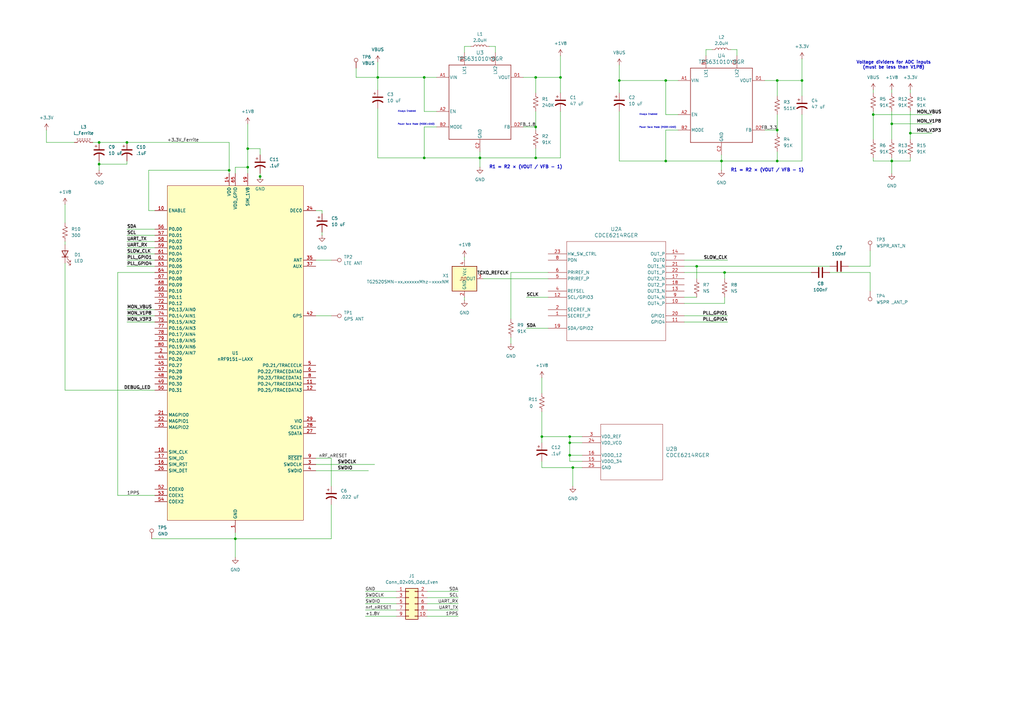
<source format=kicad_sch>
(kicad_sch (version 20231120) (generator "eeschema") (generator_version "8.0")
  (paper "A3")
  (lib_symbols
    (symbol "2024-11-28_17-23-25:CDCE6214RGER" (pin_names (offset 0.254))
      (property "Reference" "U" (at 27.94 10.16 0))
      (property "Value" "CDCE6214RGER" (at 27.94 7.62 0))
      (symbol "CDCE6214RGER_1_1"
        (pin input line (at 0 -25.4 0) (length 7.62) (name "SECREF_P") (number "1"))
        (pin output line (at 55.88 -20.32 180) (length 7.62) (name "OUT4_P") (number "10"))
        (pin bidirectional line (at 55.88 -27.94 180) (length 7.62) (name "GPIO4") (number "11"))
        (pin input line (at 0 -17.78 0) (length 7.62) (name "SCL/GPIO3") (number "12"))
        (pin output line (at 55.88 -15.24 180) (length 7.62) (name "OUT3_N") (number "13"))
        (pin output line (at 55.88 0 180) (length 7.62) (name "OUT_P") (number "14"))
        (pin output line (at 55.88 -10.16 180) (length 7.62) (name "OUT2_N") (number "17"))
        (pin output line (at 55.88 -12.7 180) (length 7.62) (name "OUT2_P") (number "18"))
        (pin bidirectional line (at 0 -30.48 0) (length 7.62) (name "SDA/GPIO2") (number "19"))
        (pin input line (at 0 -22.86 0) (length 7.62) (name "SECREF_N") (number "2"))
        (pin bidirectional line (at 55.88 -25.4 180) (length 7.62) (name "GPIO1") (number "20"))
        (pin output line (at 55.88 -5.08 180) (length 7.62) (name "OUT1_N") (number "21"))
        (pin output line (at 55.88 -7.62 180) (length 7.62) (name "OUT1_P") (number "22"))
        (pin input line (at 0 0 0) (length 7.62) (name "HW_SW_CTRL") (number "23"))
        (pin input line (at 0 -15.24 0) (length 7.62) (name "REFSEL") (number "4"))
        (pin input line (at 0 -10.16 0) (length 7.62) (name "PRIREF_P") (number "5"))
        (pin input line (at 0 -7.62 0) (length 7.62) (name "PRIREF_N") (number "6"))
        (pin output line (at 55.88 -2.54 180) (length 7.62) (name "OUT0") (number "7"))
        (pin input line (at 0 -2.54 0) (length 7.62) (name "PDN") (number "8"))
        (pin output line (at 55.88 -17.78 180) (length 7.62) (name "OUT4_N") (number "9"))
      )
      (symbol "CDCE6214RGER_2_1"
        (pin power_in line (at 0 -10.16 0) (length 7.62) (name "VDDO_34") (number "15"))
        (pin power_in line (at 0 -7.62 0) (length 7.62) (name "VDDO_12") (number "16"))
        (pin power_in line (at 0 -2.54 0) (length 7.62) (name "VDD_VCO") (number "24"))
        (pin power_out line (at 0 -12.7 0) (length 7.62) (name "GND") (number "25"))
        (pin power_in line (at 0 0 0) (length 7.62) (name "VDD_REF") (number "3"))
      )
    )
    (symbol "2024-11-28_17-37-04:TPS631010YBGR" (pin_names (offset 0.254))
      (property "Reference" "U" (at 1.778 9.398 0))
      (property "Value" "TPS631010YBGR" (at 30.988 -28.702 0))
      (symbol "TPS631010YBGR_0_1"
        (pin power_in line (at 0 0 0) (length 5.08) (name "VIN") (number "A1"))
        (pin input line (at 0 -13.97 0) (length 5.08) (name "EN") (number "A2"))
        (pin unspecified line (at 11.43 10.16 270) (length 5.08) (name "LX1") (number "B1"))
        (pin input line (at 0 -20.32 0) (length 5.08) (name "MODE") (number "B2"))
        (pin unspecified line (at 24.13 10.16 270) (length 5.08) (name "LX2") (number "C1"))
        (pin power_in line (at 17.78 -30.48 90) (length 5.08) (name "GND") (number "C2"))
        (pin unspecified line (at 35.56 0 180) (length 5.08) (name "VOUT") (number "D1"))
        (pin unspecified line (at 35.56 -20.32 180) (length 5.08) (name "FB") (number "D2"))
      )
    )
    (symbol "Connector:TestPoint" (pin_numbers hide) (pin_names (offset 0.762) hide)
      (property "Reference" "TP" (at 0 6.858 0))
      (property "Value" "TestPoint" (at 0 5.08 0))
      (symbol "TestPoint_1_1"
        (pin passive line (at 0 0 90) (length 2.54) (name "1") (number "1"))
      )
    )
    (symbol "Connector_Generic:Conn_02x05_Odd_Even" (pin_names (offset 1.016) hide)
      (property "Reference" "J" (at 1.27 7.62 0))
      (property "Value" "Conn_02x05_Odd_Even" (at 1.27 -7.62 0))
      (symbol "Conn_02x05_Odd_Even_1_1"
        (pin passive line (at -5.08 5.08 0) (length 3.81) (name "Pin_1") (number "1"))
        (pin passive line (at 7.62 -5.08 180) (length 3.81) (name "Pin_10") (number "10"))
        (pin passive line (at 7.62 5.08 180) (length 3.81) (name "Pin_2") (number "2"))
        (pin passive line (at -5.08 2.54 0) (length 3.81) (name "Pin_3") (number "3"))
        (pin passive line (at 7.62 2.54 180) (length 3.81) (name "Pin_4") (number "4"))
        (pin passive line (at -5.08 0 0) (length 3.81) (name "Pin_5") (number "5"))
        (pin passive line (at 7.62 0 180) (length 3.81) (name "Pin_6") (number "6"))
        (pin passive line (at -5.08 -2.54 0) (length 3.81) (name "Pin_7") (number "7"))
        (pin passive line (at 7.62 -2.54 180) (length 3.81) (name "Pin_8") (number "8"))
        (pin passive line (at -5.08 -5.08 0) (length 3.81) (name "Pin_9") (number "9"))
      )
    )
    (symbol "Device:C" (pin_numbers hide) (pin_names (offset 0.254))
      (property "Reference" "C" (at 0.635 2.54 0))
      (property "Value" "C" (at 0.635 -2.54 0))
      (symbol "C_1_1"
        (pin passive line (at 0 3.81 270) (length 2.794) (name "~") (number "1"))
        (pin passive line (at 0 -3.81 90) (length 2.794) (name "~") (number "2"))
      )
    )
    (symbol "Device:C_Polarized_US" (pin_numbers hide) (pin_names (offset 0.254) hide)
      (property "Reference" "C" (at 0.635 2.54 0))
      (property "Value" "C_Polarized_US" (at 0.635 -2.54 0))
      (symbol "C_Polarized_US_1_1"
        (pin passive line (at 0 3.81 270) (length 2.794) (name "~") (number "1"))
        (pin passive line (at 0 -3.81 90) (length 3.302) (name "~") (number "2"))
      )
    )
    (symbol "Device:L" (pin_numbers hide) (pin_names (offset 1.016) hide)
      (property "Reference" "L" (at -1.27 0 90))
      (property "Value" "L" (at 1.905 0 90))
      (symbol "L_1_1"
        (pin passive line (at 0 3.81 270) (length 1.27) (name "1") (number "1"))
        (pin passive line (at 0 -3.81 90) (length 1.27) (name "2") (number "2"))
      )
    )
    (symbol "Device:LED" (pin_numbers hide) (pin_names (offset 1.016) hide)
      (property "Reference" "D" (at 0 2.54 0))
      (property "Value" "LED" (at 0 -2.54 0))
      (symbol "LED_1_1"
        (pin passive line (at -3.81 0 0) (length 2.54) (name "K") (number "1"))
        (pin passive line (at 3.81 0 180) (length 2.54) (name "A") (number "2"))
      )
    )
    (symbol "Device:L_Ferrite" (pin_numbers hide) (pin_names (offset 1.016) hide)
      (property "Reference" "L" (at -1.27 0 90))
      (property "Value" "L_Ferrite" (at 2.794 0 90))
      (symbol "L_Ferrite_1_1"
        (pin passive line (at 0 3.81 270) (length 1.27) (name "1") (number "1"))
        (pin passive line (at 0 -3.81 90) (length 1.27) (name "2") (number "2"))
      )
    )
    (symbol "Device:R_US" (pin_numbers hide) (pin_names (offset 0))
      (property "Reference" "R" (at 2.54 0 90))
      (property "Value" "R_US" (at -2.54 0 90))
      (symbol "R_US_1_1"
        (pin passive line (at 0 3.81 270) (length 1.27) (name "~") (number "1"))
        (pin passive line (at 0 -3.81 90) (length 1.27) (name "~") (number "2"))
      )
    )
    (symbol "Oscillator:TG2520SMN-xx.xxxxxxMhz-xxxxNM"
      (property "Reference" "X" (at -5.08 6.35 0))
      (property "Value" "TG2520SMN-xx.xxxxxxMhz-xxxxNM" (at 1.27 -6.35 0))
      (symbol "TG2520SMN-xx.xxxxxxMhz-xxxxNM_1_1"
        (pin no_connect line (at -5.08 0 0) (length 2.54) hide (name "NC") (number "1"))
        (pin power_in line (at 0 -7.62 90) (length 2.54) (name "GND") (number "2"))
        (pin output line (at 7.62 0 180) (length 2.54) (name "OUT") (number "3"))
        (pin power_in line (at 0 7.62 270) (length 2.54) (name "Vcc") (number "4"))
      )
    )
    (symbol "PCM_nordic-lib-kicad-nrf9:nRF9151-LAXX"
      (property "Reference" "U" (at 0 0 0))
      (property "Value" "nRF9151-LAXX" (at 0 -2.54 0))
      (symbol "nRF9151-LAXX_0_0"
        (pin input line (at -33.02 58.42 0) (length 5.08) (name "ENABLE") (number "10"))
        (pin no_connect line (at 27.94 -60.96 180) (length 5.08) hide (name "NC") (number "100"))
        (pin no_connect line (at 27.94 -58.42 180) (length 5.08) hide (name "NC") (number "101"))
        (pin no_connect line (at 27.94 -50.8 180) (length 5.08) hide (name "NC") (number "102"))
        (pin no_connect line (at 27.94 -53.34 180) (length 5.08) hide (name "NC") (number "103"))
        (pin no_connect line (at 27.94 -55.88 180) (length 5.08) hide (name "NC") (number "104"))
        (pin passive line (at 0 -73.66 90) (length 5.08) hide (name "GND") (number "105"))
        (pin passive line (at 0 -73.66 90) (length 5.08) hide (name "GND") (number "106"))
        (pin passive line (at 0 -73.66 90) (length 5.08) hide (name "GND") (number "107"))
        (pin passive line (at 0 -73.66 90) (length 5.08) hide (name "GND") (number "108"))
        (pin passive line (at 0 -73.66 90) (length 5.08) hide (name "GND") (number "109"))
        (pin passive line (at 0 -73.66 90) (length 5.08) hide (name "GND") (number "110"))
        (pin passive line (at 0 -73.66 90) (length 5.08) hide (name "GND") (number "111"))
        (pin passive line (at 0 -73.66 90) (length 5.08) hide (name "GND") (number "112"))
        (pin passive line (at 0 -73.66 90) (length 5.08) hide (name "GND") (number "113"))
        (pin passive line (at 0 -73.66 90) (length 5.08) hide (name "GND") (number "13"))
        (pin power_in line (at -2.54 73.66 270) (length 5.08) (name "VDD") (number "14"))
        (pin passive line (at 0 -73.66 90) (length 5.08) hide (name "GND") (number "15"))
        (pin bidirectional line (at -33.02 -45.72 0) (length 5.08) (name "SIM_RST") (number "16"))
        (pin bidirectional line (at -33.02 -43.18 0) (length 5.08) (name "SIM_IO") (number "17"))
        (pin bidirectional line (at -33.02 -40.64 0) (length 5.08) (name "SIM_CLK") (number "18"))
        (pin power_in line (at 5.08 73.66 270) (length 5.08) (name "SIM_1V8") (number "19"))
        (pin bidirectional line (at -33.02 0 0) (length 5.08) (name "P0.20/AIN7") (number "2"))
        (pin passive line (at 0 -73.66 90) (length 5.08) hide (name "GND") (number "20"))
        (pin bidirectional line (at -33.02 -25.4 0) (length 5.08) (name "MAGPIO0") (number "21"))
        (pin bidirectional line (at -33.02 -27.94 0) (length 5.08) (name "MAGPIO1") (number "22"))
        (pin bidirectional line (at -33.02 -30.48 0) (length 5.08) (name "MAGPIO2") (number "23"))
        (pin passive line (at 33.02 58.42 180) (length 5.08) (name "DEC0") (number "24"))
        (pin passive line (at 0 -73.66 90) (length 5.08) hide (name "GND") (number "25"))
        (pin bidirectional line (at -33.02 -48.26 0) (length 5.08) (name "SIM_DET") (number "26"))
        (pin bidirectional line (at 33.02 -33.02 180) (length 5.08) (name "SDATA") (number "27"))
        (pin bidirectional line (at 33.02 -30.48 180) (length 5.08) (name "SCLK") (number "28"))
        (pin power_in line (at 33.02 -27.94 180) (length 5.08) (name "VIO") (number "29"))
        (pin passive line (at 0 -73.66 90) (length 5.08) hide (name "GND") (number "30"))
        (pin passive line (at 0 -73.66 90) (length 5.08) hide (name "GND") (number "34"))
        (pin bidirectional line (at 33.02 38.1 180) (length 5.08) (name "ANT") (number "35"))
        (pin passive line (at 0 -73.66 90) (length 5.08) hide (name "GND") (number "36"))
        (pin bidirectional line (at 33.02 35.56 180) (length 5.08) (name "AUX") (number "37"))
        (pin passive line (at 0 -73.66 90) (length 5.08) hide (name "GND") (number "38"))
        (pin passive line (at 0 -73.66 90) (length 5.08) hide (name "GND") (number "39"))
        (pin passive line (at 0 -73.66 90) (length 5.08) hide (name "GND") (number "40"))
        (pin passive line (at 0 -73.66 90) (length 5.08) hide (name "GND") (number "41"))
        (pin passive line (at 0 -73.66 90) (length 5.08) hide (name "GND") (number "43"))
        (pin bidirectional line (at -33.02 -2.54 0) (length 5.08) (name "P0.26") (number "44"))
        (pin bidirectional line (at -33.02 -5.08 0) (length 5.08) (name "P0.27") (number "45"))
        (pin passive line (at 0 -73.66 90) (length 5.08) hide (name "GND") (number "46"))
        (pin bidirectional line (at -33.02 -7.62 0) (length 5.08) (name "P0.28") (number "47"))
        (pin bidirectional line (at -33.02 -10.16 0) (length 5.08) (name "P0.29") (number "48"))
        (pin bidirectional line (at -33.02 -12.7 0) (length 5.08) (name "P0.30") (number "49"))
        (pin bidirectional line (at -33.02 -15.24 0) (length 5.08) (name "P0.31") (number "50"))
        (pin passive line (at 0 -73.66 90) (length 5.08) hide (name "GND") (number "51"))
        (pin bidirectional line (at -33.02 -55.88 0) (length 5.08) (name "COEX0") (number "52"))
        (pin bidirectional line (at -33.02 -58.42 0) (length 5.08) (name "COEX1") (number "53"))
        (pin bidirectional line (at -33.02 -60.96 0) (length 5.08) (name "COEX2") (number "54"))
        (pin passive line (at 0 -73.66 90) (length 5.08) hide (name "GND") (number "55"))
        (pin bidirectional line (at -33.02 48.26 0) (length 5.08) (name "P0.01") (number "57"))
        (pin bidirectional line (at -33.02 45.72 0) (length 5.08) (name "P0.02") (number "58"))
        (pin bidirectional line (at -33.02 43.18 0) (length 5.08) (name "P0.03") (number "59"))
        (pin passive line (at 0 -73.66 90) (length 5.08) hide (name "GND") (number "60"))
        (pin bidirectional line (at -33.02 40.64 0) (length 5.08) (name "P0.04") (number "61"))
        (pin bidirectional line (at -33.02 38.1 0) (length 5.08) (name "P0.05") (number "62"))
        (pin bidirectional line (at -33.02 35.56 0) (length 5.08) (name "P0.06") (number "63"))
        (pin bidirectional line (at -33.02 33.02 0) (length 5.08) (name "P0.07") (number "64"))
        (pin power_in line (at 0 73.66 270) (length 5.08) (name "VDD_GPIO") (number "65"))
        (pin passive line (at 0 -73.66 90) (length 5.08) hide (name "GND") (number "66"))
        (pin bidirectional line (at -33.02 30.48 0) (length 5.08) (name "P0.08") (number "67"))
        (pin bidirectional line (at -33.02 27.94 0) (length 5.08) (name "P0.09") (number "68"))
        (pin bidirectional line (at -33.02 25.4 0) (length 5.08) (name "P0.10") (number "69"))
        (pin passive line (at 0 -73.66 90) (length 5.08) hide (name "GND") (number "7"))
        (pin bidirectional line (at -33.02 22.86 0) (length 5.08) (name "P0.11") (number "70"))
        (pin passive line (at 0 -73.66 90) (length 5.08) hide (name "GND") (number "71"))
        (pin bidirectional line (at -33.02 20.32 0) (length 5.08) (name "P0.12") (number "72"))
        (pin bidirectional line (at -33.02 17.78 0) (length 5.08) (name "P0.13/AIN0") (number "73"))
        (pin bidirectional line (at -33.02 15.24 0) (length 5.08) (name "P0.14/AIN1") (number "74"))
        (pin bidirectional line (at -33.02 12.7 0) (length 5.08) (name "P0.15/AIN2") (number "75"))
        (pin passive line (at 0 -73.66 90) (length 5.08) hide (name "GND") (number "76"))
        (pin bidirectional line (at -33.02 10.16 0) (length 5.08) (name "P0.16/AIN3") (number "77"))
        (pin bidirectional line (at -33.02 7.62 0) (length 5.08) (name "P0.17/AIN4") (number "78"))
        (pin bidirectional line (at -33.02 5.08 0) (length 5.08) (name "P0.18/AIN5") (number "79"))
        (pin bidirectional line (at -33.02 2.54 0) (length 5.08) (name "P0.19/AIN6") (number "80"))
        (pin no_connect line (at 10.16 -68.58 90) (length 5.08) hide (name "NC") (number "81"))
        (pin no_connect line (at 12.7 -68.58 90) (length 5.08) hide (name "NC") (number "82"))
        (pin no_connect line (at 15.24 -68.58 90) (length 5.08) hide (name "NC") (number "83"))
        (pin no_connect line (at 17.78 -68.58 90) (length 5.08) hide (name "NC") (number "84"))
        (pin no_connect line (at 20.32 -68.58 90) (length 5.08) hide (name "NC") (number "85"))
        (pin no_connect line (at 22.86 -68.58 90) (length 5.08) hide (name "NC") (number "86"))
        (pin no_connect line (at 25.4 -68.58 90) (length 5.08) hide (name "NC") (number "87"))
        (pin no_connect line (at -22.86 -68.58 90) (length 5.08) hide (name "NC") (number "88"))
        (pin no_connect line (at -20.32 -68.58 90) (length 5.08) hide (name "NC") (number "89"))
        (pin no_connect line (at -17.78 -68.58 90) (length 5.08) hide (name "NC") (number "90"))
        (pin no_connect line (at -15.24 -68.58 90) (length 5.08) hide (name "NC") (number "91"))
        (pin no_connect line (at -12.7 -68.58 90) (length 5.08) hide (name "NC") (number "92"))
        (pin no_connect line (at -10.16 -68.58 90) (length 5.08) hide (name "NC") (number "93"))
        (pin no_connect line (at -7.62 -68.58 90) (length 5.08) hide (name "NC") (number "94"))
        (pin no_connect line (at -5.08 -68.58 90) (length 5.08) hide (name "NC") (number "95"))
        (pin no_connect line (at -2.54 -68.58 90) (length 5.08) hide (name "NC") (number "96"))
        (pin no_connect line (at -25.4 -68.58 90) (length 5.08) hide (name "NC") (number "97"))
        (pin no_connect line (at 27.94 -66.04 180) (length 5.08) hide (name "NC") (number "98"))
        (pin no_connect line (at 27.94 -63.5 180) (length 5.08) hide (name "NC") (number "99"))
      )
      (symbol "nRF9151-LAXX_1_0"
        (pin power_in line (at 0 -73.66 90) (length 5.08) (name "GND") (number "1"))
        (pin bidirectional line (at 33.02 -12.7 180) (length 5.08) (name "P0.24/TRACEDATA2") (number "11"))
        (pin bidirectional line (at 33.02 -15.24 180) (length 5.08) (name "P0.25/TRACEDATA3") (number "12"))
        (pin input line (at 33.02 -45.72 180) (length 5.08) (name "SWDCLK") (number "3"))
        (pin no_connect line (at 2.54 -68.58 90) (length 5.08) hide (name "NC") (number "31"))
        (pin no_connect line (at 5.08 -68.58 90) (length 5.08) hide (name "NC") (number "32"))
        (pin no_connect line (at 7.62 -68.58 90) (length 5.08) hide (name "NC") (number "33"))
        (pin bidirectional line (at 33.02 -48.26 180) (length 5.08) (name "SWDIO") (number "4"))
        (pin input line (at 33.02 15.24 180) (length 5.08) (name "GPS") (number "42"))
        (pin bidirectional line (at 33.02 -5.08 180) (length 5.08) (name "P0.21/TRACECLK") (number "5"))
        (pin bidirectional line (at -33.02 50.8 0) (length 5.08) (name "P0.00") (number "56"))
        (pin bidirectional line (at 33.02 -7.62 180) (length 5.08) (name "P0.22/TRACEDATA0") (number "6"))
        (pin bidirectional line (at 33.02 -10.16 180) (length 5.08) (name "P0.23/TRACEDATA1") (number "8"))
        (pin input line (at 33.02 -43.18 180) (length 5.08) (name "~{RESET}") (number "9"))
      )
    )
    (symbol "power:+1V8" (power) (pin_numbers hide) (pin_names (offset 0) hide)
      (property "Value" "+1V8" (at 0 3.556 0))
      (symbol "+1V8_1_1"
        (pin power_in line (at 0 0 90) (length 0) (name "~") (number "1"))
      )
    )
    (symbol "power:+3.3V" (power) (pin_numbers hide) (pin_names (offset 0) hide)
      (property "Value" "+3.3V" (at 0 3.556 0))
      (symbol "+3.3V_1_1"
        (pin power_in line (at 0 0 90) (length 0) (name "~") (number "1"))
      )
    )
    (symbol "power:GND" (power) (pin_numbers hide) (pin_names (offset 0) hide)
      (property "Value" "GND" (at 0 -3.81 0))
      (symbol "GND_1_1"
        (pin power_in line (at 0 0 270) (length 0) (name "~") (number "1"))
      )
    )
    (symbol "power:VBUS" (power) (pin_numbers hide) (pin_names (offset 0) hide)
      (property "Value" "VBUS" (at 0 3.556 0))
      (symbol "VBUS_1_1"
        (pin power_in line (at 0 0 90) (length 0) (name "~") (number "1"))
      )
    )
  )
  (junction (at 173.99 31.75))
  (junction (at 273.05 33.02))
  (junction (at 106.68 72.39))
  (junction (at 233.68 179.07))
  (junction (at 222.25 179.07))
  (junction (at 196.85 64.77))
  (junction (at 318.77 53.34))
  (junction (at 318.77 33.02))
  (junction (at 328.93 33.02))
  (junction (at 219.71 52.07))
  (junction (at 40.64 58.42))
  (junction (at 254 33.02))
  (junction (at 365.76 50.8))
  (junction (at 285.75 109.22))
  (junction (at 234.95 191.77))
  (junction (at 318.77 66.04))
  (junction (at 40.64 67.31))
  (junction (at 96.52 220.98))
  (junction (at 101.6 60.96))
  (junction (at 219.71 64.77))
  (junction (at 154.94 31.75))
  (junction (at 93.98 69.85))
  (junction (at 273.05 66.04))
  (junction (at 297.18 111.76))
  (junction (at 229.87 31.75))
  (junction (at 233.68 181.61))
  (junction (at 295.91 66.04))
  (junction (at 52.07 58.42))
  (junction (at 173.99 64.77))
  (junction (at 233.68 186.69))
  (junction (at 101.6 68.58))
  (junction (at 219.71 31.75))
  (junction (at 365.76 66.04))
  (junction (at 373.38 54.61))
  (junction (at 358.14 46.99))
  (wire (pts (xy 196.85 64.77) (xy 219.71 64.77)))
  (wire (pts (xy 175.26 245.11) (xy 187.96 245.11)))
  (wire (pts (xy 238.76 179.07) (xy 233.68 179.07)))
  (wire (pts (xy 254 26.67) (xy 254 33.02)))
  (wire (pts (xy 356.87 109.22) (xy 356.87 102.87)))
  (wire (pts (xy 19.05 58.42) (xy 19.05 53.34)))
  (wire (pts (xy 179.07 52.07) (xy 173.99 52.07)))
  (wire (pts (xy 254 33.02) (xy 273.05 33.02)))
  (wire (pts (xy 190.5 105.41) (xy 190.5 106.68)))
  (wire (pts (xy 233.68 186.69) (xy 233.68 189.23)))
  (wire (pts (xy 149.86 252.73) (xy 162.56 252.73)))
  (wire (pts (xy 280.67 109.22) (xy 285.75 109.22)))
  (wire (pts (xy 358.14 45.72) (xy 358.14 46.99)))
  (wire (pts (xy 273.05 53.34) (xy 273.05 66.04)))
  (wire (pts (xy 219.71 31.75) (xy 219.71 38.1)))
  (wire (pts (xy 318.77 46.99) (xy 318.77 53.34)))
  (wire (pts (xy 203.2 19.05) (xy 203.2 21.59)))
  (wire (pts (xy 175.26 252.73) (xy 187.96 252.73)))
  (wire (pts (xy 101.6 68.58) (xy 101.6 71.12)))
  (wire (pts (xy 358.14 36.83) (xy 358.14 38.1)))
  (wire (pts (xy 358.14 64.77) (xy 358.14 66.04)))
  (wire (pts (xy 26.67 107.95) (xy 26.67 160.02)))
  (wire (pts (xy 135.89 207.01) (xy 135.89 220.98)))
  (wire (pts (xy 190.5 121.92) (xy 190.5 123.19)))
  (wire (pts (xy 234.95 191.77) (xy 238.76 191.77)))
  (wire (pts (xy 365.76 66.04) (xy 365.76 64.77)))
  (wire (pts (xy 234.95 199.39) (xy 234.95 191.77)))
  (wire (pts (xy 129.54 187.96) (xy 135.89 187.96)))
  (wire (pts (xy 52.07 93.98) (xy 63.5 93.98)))
  (wire (pts (xy 219.71 52.07) (xy 219.71 53.34)))
  (wire (pts (xy 154.94 31.75) (xy 173.99 31.75)))
  (wire (pts (xy 52.07 99.06) (xy 63.5 99.06)))
  (wire (pts (xy 214.63 31.75) (xy 219.71 31.75)))
  (wire (pts (xy 318.77 53.34) (xy 318.77 54.61)))
  (wire (pts (xy 222.25 179.07) (xy 222.25 181.61)))
  (wire (pts (xy 154.94 31.75) (xy 154.94 36.83)))
  (wire (pts (xy 132.08 87.63) (xy 132.08 86.36)))
  (wire (pts (xy 173.99 31.75) (xy 173.99 45.72)))
  (wire (pts (xy 229.87 31.75) (xy 219.71 31.75)))
  (wire (pts (xy 52.07 129.54) (xy 63.5 129.54)))
  (wire (pts (xy 173.99 64.77) (xy 196.85 64.77)))
  (wire (pts (xy 96.52 218.44) (xy 96.52 220.98)))
  (wire (pts (xy 328.93 33.02) (xy 318.77 33.02)))
  (wire (pts (xy 295.91 66.04) (xy 318.77 66.04)))
  (wire (pts (xy 190.5 21.59) (xy 190.5 19.05)))
  (wire (pts (xy 297.18 111.76) (xy 332.74 111.76)))
  (wire (pts (xy 48.26 111.76) (xy 63.5 111.76)))
  (wire (pts (xy 328.93 24.13) (xy 328.93 33.02)))
  (wire (pts (xy 106.68 72.39) (xy 106.68 73.66)))
  (wire (pts (xy 149.86 250.19) (xy 162.56 250.19)))
  (wire (pts (xy 347.98 109.22) (xy 356.87 109.22)))
  (wire (pts (xy 196.85 64.77) (xy 196.85 68.58)))
  (wire (pts (xy 96.52 220.98) (xy 96.52 228.6)))
  (wire (pts (xy 365.76 50.8) (xy 382.27 50.8)))
  (wire (pts (xy 313.69 53.34) (xy 318.77 53.34)))
  (wire (pts (xy 328.93 46.99) (xy 328.93 66.04)))
  (wire (pts (xy 60.96 69.85) (xy 93.98 69.85)))
  (wire (pts (xy 40.64 67.31) (xy 52.07 67.31)))
  (wire (pts (xy 209.55 138.43) (xy 209.55 140.97)))
  (wire (pts (xy 280.67 121.92) (xy 285.75 121.92)))
  (wire (pts (xy 40.64 67.31) (xy 40.64 69.85)))
  (wire (pts (xy 154.94 64.77) (xy 173.99 64.77)))
  (wire (pts (xy 254 33.02) (xy 254 38.1)))
  (wire (pts (xy 254 45.72) (xy 254 66.04)))
  (wire (pts (xy 302.26 20.32) (xy 302.26 22.86)))
  (wire (pts (xy 273.05 33.02) (xy 278.13 33.02)))
  (wire (pts (xy 132.08 95.25) (xy 132.08 96.52)))
  (wire (pts (xy 278.13 46.99) (xy 273.05 46.99)))
  (wire (pts (xy 365.76 45.72) (xy 365.76 50.8)))
  (wire (pts (xy 63.5 86.36) (xy 60.96 86.36)))
  (wire (pts (xy 229.87 38.1) (xy 229.87 31.75)))
  (wire (pts (xy 365.76 36.83) (xy 365.76 38.1)))
  (wire (pts (xy 365.76 66.04) (xy 365.76 71.12)))
  (wire (pts (xy 52.07 101.6) (xy 63.5 101.6)))
  (wire (pts (xy 52.07 127) (xy 63.5 127)))
  (wire (pts (xy 373.38 66.04) (xy 373.38 64.77)))
  (wire (pts (xy 280.67 111.76) (xy 297.18 111.76)))
  (wire (pts (xy 238.76 181.61) (xy 233.68 181.61)))
  (wire (pts (xy 179.07 45.72) (xy 173.99 45.72)))
  (wire (pts (xy 280.67 124.46) (xy 297.18 124.46)))
  (wire (pts (xy 229.87 45.72) (xy 229.87 64.77)))
  (wire (pts (xy 233.68 186.69) (xy 238.76 186.69)))
  (wire (pts (xy 175.26 247.65) (xy 187.96 247.65)))
  (wire (pts (xy 222.25 179.07) (xy 222.25 168.91)))
  (wire (pts (xy 146.05 31.75) (xy 154.94 31.75)))
  (wire (pts (xy 273.05 66.04) (xy 295.91 66.04)))
  (wire (pts (xy 233.68 181.61) (xy 233.68 179.07)))
  (wire (pts (xy 229.87 64.77) (xy 219.71 64.77)))
  (wire (pts (xy 233.68 181.61) (xy 233.68 186.69)))
  (wire (pts (xy 52.07 106.68) (xy 63.5 106.68)))
  (wire (pts (xy 106.68 63.5) (xy 106.68 60.96)))
  (wire (pts (xy 222.25 191.77) (xy 234.95 191.77)))
  (wire (pts (xy 215.9 134.62) (xy 224.79 134.62)))
  (wire (pts (xy 196.85 62.23) (xy 196.85 64.77)))
  (wire (pts (xy 52.07 109.22) (xy 63.5 109.22)))
  (wire (pts (xy 96.52 68.58) (xy 101.6 68.58)))
  (wire (pts (xy 93.98 58.42) (xy 93.98 69.85)))
  (wire (pts (xy 40.64 66.04) (xy 40.64 67.31)))
  (wire (pts (xy 295.91 63.5) (xy 295.91 66.04)))
  (wire (pts (xy 173.99 31.75) (xy 179.07 31.75)))
  (wire (pts (xy 62.23 220.98) (xy 96.52 220.98)))
  (wire (pts (xy 273.05 33.02) (xy 273.05 46.99)))
  (wire (pts (xy 280.67 132.08) (xy 298.45 132.08)))
  (wire (pts (xy 356.87 111.76) (xy 340.36 111.76)))
  (wire (pts (xy 365.76 66.04) (xy 373.38 66.04)))
  (wire (pts (xy 106.68 60.96) (xy 101.6 60.96)))
  (wire (pts (xy 38.1 58.42) (xy 40.64 58.42)))
  (wire (pts (xy 135.89 187.96) (xy 135.89 199.39)))
  (wire (pts (xy 328.93 39.37) (xy 328.93 33.02)))
  (wire (pts (xy 299.72 20.32) (xy 302.26 20.32)))
  (wire (pts (xy 289.56 20.32) (xy 292.1 20.32)))
  (wire (pts (xy 295.91 66.04) (xy 295.91 69.85)))
  (wire (pts (xy 328.93 66.04) (xy 318.77 66.04)))
  (wire (pts (xy 129.54 190.5) (xy 153.67 190.5)))
  (wire (pts (xy 149.86 242.57) (xy 162.56 242.57)))
  (wire (pts (xy 129.54 193.04) (xy 151.13 193.04)))
  (wire (pts (xy 254 66.04) (xy 273.05 66.04)))
  (wire (pts (xy 222.25 154.94) (xy 222.25 161.29)))
  (wire (pts (xy 154.94 25.4) (xy 154.94 31.75)))
  (wire (pts (xy 297.18 124.46) (xy 297.18 121.92)))
  (wire (pts (xy 132.08 86.36) (xy 129.54 86.36)))
  (wire (pts (xy 52.07 104.14) (xy 63.5 104.14)))
  (wire (pts (xy 289.56 22.86) (xy 289.56 20.32)))
  (wire (pts (xy 373.38 54.61) (xy 382.27 54.61)))
  (wire (pts (xy 52.07 96.52) (xy 63.5 96.52)))
  (wire (pts (xy 285.75 109.22) (xy 285.75 114.3)))
  (wire (pts (xy 318.77 66.04) (xy 318.77 62.23)))
  (wire (pts (xy 52.07 132.08) (xy 63.5 132.08)))
  (wire (pts (xy 101.6 50.8) (xy 101.6 60.96)))
  (wire (pts (xy 63.5 203.2) (xy 48.26 203.2)))
  (wire (pts (xy 175.26 250.19) (xy 187.96 250.19)))
  (wire (pts (xy 358.14 46.99) (xy 358.14 57.15)))
  (wire (pts (xy 96.52 71.12) (xy 96.52 68.58)))
  (wire (pts (xy 373.38 54.61) (xy 373.38 57.15)))
  (wire (pts (xy 229.87 22.86) (xy 229.87 31.75)))
  (wire (pts (xy 285.75 109.22) (xy 340.36 109.22)))
  (wire (pts (xy 373.38 36.83) (xy 373.38 38.1)))
  (wire (pts (xy 129.54 106.68) (xy 135.89 106.68)))
  (wire (pts (xy 106.68 71.12) (xy 106.68 72.39)))
  (wire (pts (xy 280.67 106.68) (xy 298.45 106.68)))
  (wire (pts (xy 40.64 58.42) (xy 52.07 58.42)))
  (wire (pts (xy 365.76 50.8) (xy 365.76 57.15)))
  (wire (pts (xy 224.79 111.76) (xy 209.55 111.76)))
  (wire (pts (xy 52.07 67.31) (xy 52.07 66.04)))
  (wire (pts (xy 48.26 203.2) (xy 48.26 111.76)))
  (wire (pts (xy 209.55 111.76) (xy 209.55 130.81)))
  (wire (pts (xy 26.67 160.02) (xy 63.5 160.02)))
  (wire (pts (xy 358.14 66.04) (xy 365.76 66.04)))
  (wire (pts (xy 297.18 111.76) (xy 297.18 114.3)))
  (wire (pts (xy 26.67 83.82) (xy 26.67 91.44)))
  (wire (pts (xy 313.69 33.02) (xy 318.77 33.02)))
  (wire (pts (xy 278.13 53.34) (xy 273.05 53.34)))
  (wire (pts (xy 222.25 179.07) (xy 233.68 179.07)))
  (wire (pts (xy 373.38 45.72) (xy 373.38 54.61)))
  (wire (pts (xy 356.87 119.38) (xy 356.87 111.76)))
  (wire (pts (xy 358.14 46.99) (xy 382.27 46.99)))
  (wire (pts (xy 101.6 60.96) (xy 101.6 68.58)))
  (wire (pts (xy 215.9 121.92) (xy 224.79 121.92)))
  (wire (pts (xy 219.71 64.77) (xy 219.71 60.96)))
  (wire (pts (xy 146.05 27.94) (xy 146.05 31.75)))
  (wire (pts (xy 222.25 189.23) (xy 222.25 191.77)))
  (wire (pts (xy 219.71 45.72) (xy 219.71 52.07)))
  (wire (pts (xy 154.94 44.45) (xy 154.94 64.77)))
  (wire (pts (xy 149.86 245.11) (xy 162.56 245.11)))
  (wire (pts (xy 198.12 114.3) (xy 224.79 114.3)))
  (wire (pts (xy 214.63 52.07) (xy 219.71 52.07)))
  (wire (pts (xy 175.26 242.57) (xy 187.96 242.57)))
  (wire (pts (xy 318.77 33.02) (xy 318.77 39.37)))
  (wire (pts (xy 52.07 58.42) (xy 93.98 58.42)))
  (wire (pts (xy 233.68 189.23) (xy 238.76 189.23)))
  (wire (pts (xy 173.99 52.07) (xy 173.99 64.77)))
  (wire (pts (xy 190.5 19.05) (xy 193.04 19.05)))
  (wire (pts (xy 149.86 247.65) (xy 162.56 247.65)))
  (wire (pts (xy 200.66 19.05) (xy 203.2 19.05)))
  (wire (pts (xy 280.67 129.54) (xy 298.45 129.54)))
  (wire (pts (xy 60.96 86.36) (xy 60.96 69.85)))
  (wire (pts (xy 93.98 69.85) (xy 93.98 71.12)))
  (wire (pts (xy 26.67 99.06) (xy 26.67 100.33)))
  (wire (pts (xy 30.48 58.42) (xy 19.05 58.42)))
  (wire (pts (xy 135.89 220.98) (xy 96.52 220.98)))
  (wire (pts (xy 129.54 129.54) (xy 135.89 129.54)))
  (text "Power Save Mode (MODE=GND)" (at 170.688 51.054 0) (effects (font (size 0.635 0.635) (thickness 0.127) (bold yes))))
  (text "Always Enabled" (at 265.938 46.99 0) (effects (font (size 0.635 0.635) (thickness 0.127) (bold yes))))
  (text "Always Enabled" (at 166.878 45.72 0) (effects (font (size 0.635 0.635) (thickness 0.127) (bold yes))))
  (text "R1 = R2 × (VOUT / VFB - 1)" (at 215.646 68.58 0) (effects (font (size 1.27 1.27) (thickness 0.254) (bold yes))))
  (text "R1 = R2 × (VOUT / VFB - 1)" (at 314.706 69.85 0) (effects (font (size 1.27 1.27) (thickness 0.254) (bold yes))))
  (text "Power Save Mode (MODE=GND)" (at 269.748 52.324 0) (effects (font (size 0.635 0.635) (thickness 0.127) (bold yes))))
  (text "Voltage dividers for ADC inputs\n(must be less than V1P8)" (at 366.522 26.67 0) (effects (font (size 1.27 1.27) (thickness 0.254) (bold yes))))
  (label "DEBUG_LED" (at 50.8 160.02 0) (effects (font (thickness 0.254) (bold yes))))
  (label "UART_TX" (at 187.96 250.19 180))
  (label "SDA" (at 187.96 242.57 180))
  (label "+1.8V" (at 149.86 252.73 0))
  (label "SDA" (at 215.9 134.62 0) (effects (font (thickness 0.254) (bold yes))))
  (label "SDA" (at 52.07 93.98 0) (effects (font (thickness 0.254) (bold yes))))
  (label "SCL" (at 187.96 245.11 180))
  (label "SLOW_CLK" (at 298.45 106.68 180) (effects (font (thickness 0.254) (bold yes))))
  (label "MON_V1P8" (at 52.07 129.54 0) (effects (font (thickness 0.254) (bold yes))))
  (label "UART_TX" (at 52.07 99.06 0) (effects (font (thickness 0.254) (bold yes))))
  (label "MON_VBUS" (at 52.07 127 0) (effects (font (thickness 0.254) (bold yes))))
  (label "+3.3V_Ferrite" (at 68.58 58.42 0))
  (label "FB_3.3" (at 318.77 53.34 180))
  (label "1PPS" (at 187.96 252.73 180))
  (label "SWDIO" (at 138.43 193.04 0) (effects (font (thickness 0.254) (bold yes))))
  (label "MON_V3P3" (at 375.92 54.61 0) (effects (font (thickness 0.254) (bold yes))))
  (label "nrf_nRESET" (at 149.86 250.19 0))
  (label "SLOW_CLK" (at 52.07 104.14 0) (effects (font (thickness 0.254) (bold yes))))
  (label "SWDCLK" (at 149.86 245.11 0))
  (label "UART_RX" (at 187.96 247.65 180))
  (label "UART_RX" (at 52.07 101.6 0) (effects (font (thickness 0.254) (bold yes))))
  (label "GND" (at 149.86 242.57 0))
  (label "SCL" (at 52.07 96.52 0) (effects (font (thickness 0.254) (bold yes))))
  (label "MON_V1P8" (at 375.92 50.8 0) (effects (font (thickness 0.254) (bold yes))))
  (label "MON_VBUS" (at 375.92 46.99 0) (effects (font (thickness 0.254) (bold yes))))
  (label "FB_1.8" (at 219.71 52.07 180))
  (label "nRF_nRESET" (at 130.81 187.96 0))
  (label "PLL_GPIO4" (at 298.45 132.08 180) (effects (font (thickness 0.254) (bold yes))))
  (label "PLL_GPIO1" (at 52.07 106.68 0) (effects (font (thickness 0.254) (bold yes))))
  (label "MON_V3P3" (at 52.07 132.08 0) (effects (font (thickness 0.254) (bold yes))))
  (label "PLL_GPIO1" (at 298.45 129.54 180) (effects (font (thickness 0.254) (bold yes))))
  (label "PLL_GPIO4" (at 52.07 109.22 0) (effects (font (thickness 0.254) (bold yes))))
  (label "1PPS" (at 52.07 203.2 0))
  (label "SWDIO" (at 149.86 247.65 0))
  (label "SWDCLK" (at 138.43 190.5 0) (effects (font (thickness 0.254) (bold yes))))
  (label "TCXO_REFCLK" (at 195.58 113.03 0) (effects (font (thickness 0.254) (bold yes))))
  (label "SCLK" (at 215.9 121.92 0) (effects (font (thickness 0.254) (bold yes))))
  (symbol (lib_id "Connector_Generic:Conn_02x05_Odd_Even") (at 167.64 247.65 0) (unit 1)
    (property "Reference" "J1" (at 168.91 236.22 0))
    (property "Value" "Conn_02x05_Odd_Even" (at 168.91 238.76 0))
    (property "Footprint" "Connector_PinHeader_1.00mm:PinHeader_2x05_P1.00mm_Vertical_SMD" (effects (hide yes)))
    (property "Description" "Generic connector, double row, 02x05, odd/even pin numbering scheme (row 1 odd numbers, row 2 even numbers), script generated (kicad-library-utils/schlib/autogen/connector/)" (effects (hide yes)))
  )
  (symbol (lib_id "Connector:TestPoint") (at 62.23 220.98 0) (unit 1)
    (property "Reference" "TP5" (at 64.77 216.4079 0) (effects (justify left)))
    (property "Value" "GND" (at 64.77 218.9479 0) (effects (justify left)))
    (property "Footprint" "TestPoint:TestPoint_THTPad_D1.5mm_Drill0.7mm" (effects (hide yes)))
    (property "Description" "test point" (effects (hide yes)))
  )
  (symbol (lib_id "Device:R_US") (at 222.25 165.1 0) (unit 1)
    (property "Reference" "R11" (at 216.662 163.83 0) (effects (justify left)))
    (property "Value" "0" (at 217.17 166.624 0) (effects (justify left)))
    (property "Footprint" "Resistor_SMD:R_0402_1005Metric" (effects (hide yes)))
    (property "Description" "Resistor, US symbol" (effects (hide yes)))
  )
  (symbol (lib_id "power:VBUS") (at 154.94 25.4 0) (unit 1)
    (property "Reference" "#PWR04" (effects (hide yes)))
    (property "Value" "VBUS" (at 154.94 20.32 0))
    (property "Description" "Power symbol creates a global label with name \"VBUS\"" (effects (hide yes)))
  )
  (symbol (lib_id "Device:R_US") (at 358.14 41.91 0) (unit 1)
    (property "Reference" "R5" (at 360.68 40.6399 0) (effects (justify left)))
    (property "Value" "91K" (at 360.68 43.1799 0) (effects (justify left)))
    (property "Footprint" "Resistor_SMD:R_0402_1005Metric" (effects (hide yes)))
    (property "Description" "Resistor, US symbol" (effects (hide yes)))
  )
  (symbol (lib_id "power:GND") (at 106.68 72.39 0) (unit 1)
    (property "Reference" "#PWR017" (effects (hide yes)))
    (property "Value" "GND" (at 106.68 77.47 0))
    (property "Description" "Power symbol creates a global label with name \"GND\" , ground" (effects (hide yes)))
  )
  (symbol (lib_id "power:+1V8") (at 26.67 83.82 0) (unit 1)
    (property "Reference" "#PWR018" (effects (hide yes)))
    (property "Value" "+1V8" (at 26.67 78.74 0))
    (property "Description" "Power symbol creates a global label with name \"+1V8\"" (effects (hide yes)))
  )
  (symbol (lib_id "power:GND") (at 40.64 69.85 0) (unit 1)
    (property "Reference" "#PWR016" (effects (hide yes)))
    (property "Value" "GND" (at 40.64 74.93 0))
    (property "Description" "Power symbol creates a global label with name \"GND\" , ground" (effects (hide yes)))
  )
  (symbol (lib_id "power:GND") (at 209.55 140.97 0) (unit 1)
    (property "Reference" "#PWR015" (effects (hide yes)))
    (property "Value" "GND" (at 209.55 146.05 0))
    (property "Description" "Power symbol creates a global label with name \"GND\" , ground" (effects (hide yes)))
  )
  (symbol (lib_id "PCM_nordic-lib-kicad-nrf9:nRF9151-LAXX") (at 96.52 144.78 0) (unit 1)
    (property "Reference" "U1" (at 96.52 144.78 0))
    (property "Value" "nRF9151-LAXX" (at 96.52 147.32 0))
    (property "Footprint" "PCM_nordic-lib-kicad-nrf9:LGA_9151_12.1x11.1mm" (effects (hide yes)))
    (property "Datasheet" "https://docs.nordicsemi.com/bundle/ps_nrf9151/page/nRF9151_html5_keyfeatures.html" (effects (hide yes)))
  )
  (symbol (lib_id "Connector:TestPoint") (at 356.87 102.87 0) (unit 1)
    (property "Reference" "TP3" (at 359.41 98.2979 0) (effects (justify left)))
    (property "Value" "WSPR_ANT_N" (at 359.41 100.8379 0) (effects (justify left)))
    (property "Footprint" "TestPoint:TestPoint_THTPad_D1.5mm_Drill0.7mm" (effects (hide yes)))
    (property "Description" "test point" (effects (hide yes)))
  )
  (symbol (lib_id "Device:LED") (at 26.67 104.14 90) (unit 1)
    (property "Reference" "D1" (at 30.48 104.4574 90) (effects (justify right)))
    (property "Value" "LED" (at 30.48 106.9974 90) (effects (justify right)))
    (property "Footprint" "LED_SMD:LED_0402_1005Metric" (effects (hide yes)))
    (property "Description" "Light emitting diode" (effects (hide yes)))
  )
  (symbol (lib_id "Device:R_US") (at 285.75 118.11 0) (unit 1)
    (property "Reference" "R7" (at 288.29 116.8399 0) (effects (justify left)))
    (property "Value" "NS" (at 288.29 119.3799 0) (effects (justify left)))
    (property "Footprint" "Resistor_SMD:R_0402_1005Metric" (effects (hide yes)))
    (property "Description" "Resistor, US symbol" (effects (hide yes)))
  )
  (symbol (lib_id "Device:R_US") (at 358.14 60.96 0) (unit 1)
    (property "Reference" "R6" (at 360.68 59.6899 0) (effects (justify left)))
    (property "Value" "91K" (at 360.68 62.2299 0) (effects (justify left)))
    (property "Footprint" "Resistor_SMD:R_0402_1005Metric" (effects (hide yes)))
    (property "Description" "Resistor, US symbol" (effects (hide yes)))
  )
  (symbol (lib_id "Device:L") (at 295.91 20.32 90) (unit 1)
    (property "Reference" "L2" (at 295.91 15.24 90))
    (property "Value" "2.0uH" (at 295.91 17.78 90))
    (property "Footprint" "Inductor_SMD:L_0805_2012Metric" (effects (hide yes)))
    (property "Description" "Inductor" (effects (hide yes)))
  )
  (symbol (lib_id "Device:R_US") (at 26.67 95.25 0) (unit 1)
    (property "Reference" "R10" (at 29.21 93.9799 0) (effects (justify left)))
    (property "Value" "300" (at 29.21 96.5199 0) (effects (justify left)))
    (property "Footprint" "Resistor_SMD:R_0402_1005Metric" (effects (hide yes)))
    (property "Description" "Resistor, US symbol" (effects (hide yes)))
  )
  (symbol (lib_id "2024-11-28_17-37-04:TPS631010YBGR") (at 179.07 31.75 0) (unit 1)
    (property "Reference" "U3" (at 196.85 21.59 0) (effects (font (size 1.524 1.524))))
    (property "Value" "TPS631010YBGR" (at 196.85 24.13 0) (effects (font (size 1.524 1.524))))
    (property "Footprint" "footprints:YBG0008" (effects (hide yes)))
    (property "Datasheet" "TPS631010YBGR" (effects (hide yes)))
  )
  (symbol (lib_id "Device:R_US") (at 373.38 60.96 0) (unit 1)
    (property "Reference" "R15" (at 375.92 59.6899 0) (effects (justify left)))
    (property "Value" "91K" (at 375.92 62.2299 0) (effects (justify left)))
    (property "Footprint" "Resistor_SMD:R_0402_1005Metric" (effects (hide yes)))
    (property "Description" "Resistor, US symbol" (effects (hide yes)))
  )
  (symbol (lib_id "Connector:TestPoint") (at 356.87 119.38 180) (unit 1)
    (property "Reference" "TP4" (at 359.41 121.4119 0) (effects (justify right)))
    (property "Value" "WSPR _ANT_P" (at 359.41 123.9519 0) (effects (justify right)))
    (property "Footprint" "TestPoint:TestPoint_THTPad_D1.5mm_Drill0.7mm" (effects (hide yes)))
    (property "Description" "test point" (effects (hide yes)))
  )
  (symbol (lib_id "Device:C_Polarized_US") (at 229.87 41.91 0) (unit 1)
    (property "Reference" "C1" (at 233.68 40.0049 0) (effects (justify left)))
    (property "Value" "47 uF" (at 233.68 42.5449 0) (effects (justify left)))
    (property "Footprint" "Capacitor_SMD:C_0805_2012Metric" (effects (hide yes)))
    (property "Description" "Polarized capacitor, US symbol" (effects (hide yes)))
  )
  (symbol (lib_id "Device:R_US") (at 297.18 118.11 0) (unit 1)
    (property "Reference" "R8" (at 299.72 116.8399 0) (effects (justify left)))
    (property "Value" "NS" (at 299.72 119.3799 0) (effects (justify left)))
    (property "Footprint" "Resistor_SMD:R_0402_1005Metric" (effects (hide yes)))
    (property "Description" "Resistor, US symbol" (effects (hide yes)))
  )
  (symbol (lib_id "power:+1V8") (at 190.5 105.41 0) (unit 1)
    (property "Reference" "#PWR020" (effects (hide yes)))
    (property "Value" "+1V8" (at 190.5 100.33 0))
    (property "Description" "Power symbol creates a global label with name \"+1V8\"" (effects (hide yes)))
  )
  (symbol (lib_id "power:+1V8") (at 101.6 50.8 0) (unit 1)
    (property "Reference" "#PWR06" (effects (hide yes)))
    (property "Value" "+1V8" (at 101.6 45.72 0))
    (property "Description" "Power symbol creates a global label with name \"+1V8\"" (effects (hide yes)))
  )
  (symbol (lib_id "Device:C_Polarized_US") (at 132.08 91.44 0) (unit 1)
    (property "Reference" "C5" (at 135.89 89.5349 0) (effects (justify left)))
    (property "Value" "10 uF" (at 135.89 92.0749 0) (effects (justify left)))
    (property "Footprint" "Capacitor_SMD:C_0603_1608Metric" (effects (hide yes)))
    (property "Description" "Polarized capacitor, US symbol" (effects (hide yes)))
  )
  (symbol (lib_id "Device:C_Polarized_US") (at 222.25 185.42 0) (unit 1)
    (property "Reference" "C12" (at 226.06 183.5149 0) (effects (justify left)))
    (property "Value" ".1uF" (at 226.06 186.0549 0) (effects (justify left)))
    (property "Footprint" "Capacitor_SMD:C_0402_1005Metric" (effects (hide yes)))
    (property "Description" "Polarized capacitor, US symbol" (effects (hide yes)))
  )
  (symbol (lib_id "Device:C_Polarized_US") (at 135.89 203.2 0) (unit 1)
    (property "Reference" "C6" (at 139.7 201.2949 0) (effects (justify left)))
    (property "Value" ".022 uF" (at 139.7 203.8349 0) (effects (justify left)))
    (property "Footprint" "Capacitor_SMD:C_0402_1005Metric" (effects (hide yes)))
    (property "Description" "Polarized capacitor, US symbol" (effects (hide yes)))
  )
  (symbol (lib_id "power:+1V8") (at 222.25 154.94 0) (unit 1)
    (property "Reference" "#PWR012" (effects (hide yes)))
    (property "Value" "+1V8" (at 222.25 149.86 0))
    (property "Description" "Power symbol creates a global label with name \"+1V8\"" (effects (hide yes)))
  )
  (symbol (lib_id "power:GND") (at 365.76 71.12 0) (unit 1)
    (property "Reference" "#PWR022" (effects (hide yes)))
    (property "Value" "GND" (at 365.76 76.2 0))
    (property "Description" "Power symbol creates a global label with name \"GND\" , ground" (effects (hide yes)))
  )
  (symbol (lib_id "Connector:TestPoint") (at 146.05 27.94 0) (unit 1)
    (property "Reference" "TP6" (at 148.59 23.3679 0) (effects (justify left)))
    (property "Value" "VBUS" (at 148.59 25.9079 0) (effects (justify left)))
    (property "Footprint" "TestPoint:TestPoint_THTPad_D1.5mm_Drill0.7mm" (effects (hide yes)))
    (property "Description" "test point" (effects (hide yes)))
  )
  (symbol (lib_id "Device:C_Polarized_US") (at 52.07 62.23 0) (unit 1)
    (property "Reference" "C10" (at 55.88 60.3249 0) (effects (justify left)))
    (property "Value" ".1uF" (at 55.88 62.8649 0) (effects (justify left)))
    (property "Footprint" "Capacitor_SMD:C_0402_1005Metric" (effects (hide yes)))
    (property "Description" "Polarized capacitor, US symbol" (effects (hide yes)))
  )
  (symbol (lib_id "Device:C_Polarized_US") (at 254 41.91 0) (unit 1)
    (property "Reference" "C2" (at 257.81 40.0049 0) (effects (justify left)))
    (property "Value" "10 uF" (at 257.81 42.5449 0) (effects (justify left)))
    (property "Footprint" "Capacitor_SMD:C_0603_1608Metric" (effects (hide yes)))
    (property "Description" "Polarized capacitor, US symbol" (effects (hide yes)))
  )
  (symbol (lib_id "Device:C_Polarized_US") (at 328.93 43.18 0) (unit 1)
    (property "Reference" "C4" (at 332.74 41.2749 0) (effects (justify left)))
    (property "Value" "47 uF" (at 332.74 43.8149 0) (effects (justify left)))
    (property "Footprint" "Capacitor_SMD:C_1206_3216Metric" (effects (hide yes)))
    (property "Description" "Polarized capacitor, US symbol" (effects (hide yes)))
  )
  (symbol (lib_id "Device:R_US") (at 318.77 58.42 0) (unit 1)
    (property "Reference" "R4" (at 321.31 57.1499 0) (effects (justify left)))
    (property "Value" "91K" (at 321.31 59.6899 0) (effects (justify left)))
    (property "Footprint" "Resistor_SMD:R_0402_1005Metric" (effects (hide yes)))
    (property "Description" "Resistor, US symbol" (effects (hide yes)))
  )
  (symbol (lib_id "Oscillator:TG2520SMN-xx.xxxxxxMhz-xxxxNM") (at 190.5 114.3 0) (unit 1)
    (property "Reference" "X1" (at 184.15 113.0299 0) (effects (justify right)))
    (property "Value" "TG2520SMN-xx.xxxxxxMhz-xxxxNM" (at 184.15 115.5699 0) (effects (justify right)))
    (property "Footprint" "Oscillator:Oscillator_SMD_SeikoEpson_TG2520SMN-xxx-xxxxxx-4Pin_2.5x2.0mm" (effects (hide yes)))
    (property "Datasheet" "https://support.epson.biz/td/api/doc_check.php?dl=app_TG2520SMN&lang=en" (effects (hide yes)))
    (property "Description" "Crystal Oscillator Low Profile / High Stability TCXO" (effects (hide yes)))
  )
  (symbol (lib_id "power:VBUS") (at 254 26.67 0) (unit 1)
    (property "Reference" "#PWR08" (effects (hide yes)))
    (property "Value" "VBUS" (at 254 21.59 0))
    (property "Description" "Power symbol creates a global label with name \"VBUS\"" (effects (hide yes)))
  )
  (symbol (lib_id "power:VBUS") (at 358.14 36.83 0) (unit 1)
    (property "Reference" "#PWR013" (effects (hide yes)))
    (property "Value" "VBUS" (at 358.14 31.75 0))
    (property "Description" "Power symbol creates a global label with name \"VBUS\"" (effects (hide yes)))
  )
  (symbol (lib_id "2024-11-28_17-23-25:CDCE6214RGER") (at 238.76 179.07 0) (unit 2)
    (property "Reference" "U2" (at 273.05 184.1499 0) (effects (font (size 1.524 1.524)) (justify left)))
    (property "Value" "CDCE6214RGER" (at 273.05 186.6899 0) (effects (font (size 1.524 1.524)) (justify left)))
    (property "Footprint" "footprints:VQFN24_RGE_TEX" (effects (hide yes)))
    (property "Datasheet" "CDCE6214RGER" (effects (hide yes)))
  )
  (symbol (lib_id "power:GND") (at 234.95 199.39 0) (unit 1)
    (property "Reference" "#PWR011" (effects (hide yes)))
    (property "Value" "GND" (at 234.95 204.47 0))
    (property "Description" "Power symbol creates a global label with name \"GND\" , ground" (effects (hide yes)))
  )
  (symbol (lib_id "Device:C") (at 344.17 109.22 90) (unit 1)
    (property "Reference" "C7" (at 344.17 101.6 90))
    (property "Value" "100nF" (at 344.17 104.14 90))
    (property "Footprint" "Capacitor_SMD:C_0402_1005Metric" (effects (hide yes)))
    (property "Description" "Unpolarized capacitor" (effects (hide yes)))
  )
  (symbol (lib_id "Device:R_US") (at 209.55 134.62 0) (unit 1)
    (property "Reference" "R9" (at 212.09 133.3499 0) (effects (justify left)))
    (property "Value" "91K" (at 212.09 135.8899 0) (effects (justify left)))
    (property "Footprint" "Resistor_SMD:R_0402_1005Metric" (effects (hide yes)))
    (property "Description" "Resistor, US symbol" (effects (hide yes)))
  )
  (symbol (lib_id "Device:R_US") (at 373.38 41.91 0) (unit 1)
    (property "Reference" "R14" (at 375.92 40.6399 0) (effects (justify left)))
    (property "Value" "91K" (at 375.92 43.1799 0) (effects (justify left)))
    (property "Footprint" "Resistor_SMD:R_0402_1005Metric" (effects (hide yes)))
    (property "Description" "Resistor, US symbol" (effects (hide yes)))
  )
  (symbol (lib_id "power:GND") (at 132.08 96.52 0) (unit 1)
    (property "Reference" "#PWR010" (effects (hide yes)))
    (property "Value" "GND" (at 132.08 101.6 0))
    (property "Description" "Power symbol creates a global label with name \"GND\" , ground" (effects (hide yes)))
  )
  (symbol (lib_id "Device:R_US") (at 365.76 41.91 0) (unit 1)
    (property "Reference" "R12" (at 368.3 40.6399 0) (effects (justify left)))
    (property "Value" "91K" (at 368.3 43.1799 0) (effects (justify left)))
    (property "Footprint" "Resistor_SMD:R_0402_1005Metric" (effects (hide yes)))
    (property "Description" "Resistor, US symbol" (effects (hide yes)))
  )
  (symbol (lib_id "power:GND") (at 295.91 69.85 0) (unit 1)
    (property "Reference" "#PWR09" (effects (hide yes)))
    (property "Value" "GND" (at 295.91 74.93 0))
    (property "Description" "Power symbol creates a global label with name \"GND\" , ground" (effects (hide yes)))
  )
  (symbol (lib_id "Device:R_US") (at 365.76 60.96 0) (unit 1)
    (property "Reference" "R13" (at 368.3 59.6899 0) (effects (justify left)))
    (property "Value" "91K" (at 368.3 62.2299 0) (effects (justify left)))
    (property "Footprint" "Resistor_SMD:R_0402_1005Metric" (effects (hide yes)))
    (property "Description" "Resistor, US symbol" (effects (hide yes)))
  )
  (symbol (lib_id "Device:L_Ferrite") (at 34.29 58.42 90) (unit 1)
    (property "Reference" "L3" (at 34.29 52.07 90))
    (property "Value" "L_Ferrite" (at 34.29 54.61 90))
    (property "Footprint" "Inductor_SMD:L_0805_2012Metric" (effects (hide yes)))
    (property "Description" "Inductor with ferrite core" (effects (hide yes)))
  )
  (symbol (lib_id "Device:C_Polarized_US") (at 40.64 62.23 0) (unit 1)
    (property "Reference" "C9" (at 44.45 60.3249 0) (effects (justify left)))
    (property "Value" "10 uF" (at 44.45 62.8649 0) (effects (justify left)))
    (property "Footprint" "Capacitor_SMD:C_0603_1608Metric" (effects (hide yes)))
    (property "Description" "Polarized capacitor, US symbol" (effects (hide yes)))
  )
  (symbol (lib_id "Device:R_US") (at 219.71 57.15 0) (unit 1)
    (property "Reference" "R2" (at 222.25 55.8799 0) (effects (justify left)))
    (property "Value" "91K" (at 222.25 58.4199 0) (effects (justify left)))
    (property "Footprint" "Resistor_SMD:R_0402_1005Metric" (effects (hide yes)))
    (property "Description" "Resistor, US symbol" (effects (hide yes)))
  )
  (symbol (lib_id "power:+3.3V") (at 19.05 53.34 0) (unit 1)
    (property "Reference" "#PWR07" (effects (hide yes)))
    (property "Value" "+3.3V" (at 19.05 48.26 0))
    (property "Description" "Power symbol creates a global label with name \"+3.3V\"" (effects (hide yes)))
  )
  (symbol (lib_id "2024-11-28_17-23-25:CDCE6214RGER") (at 224.79 104.14 0) (unit 1)
    (property "Reference" "U2" (at 252.73 93.98 0) (effects (font (size 1.524 1.524))))
    (property "Value" "CDCE6214RGER" (at 252.73 96.52 0) (effects (font (size 1.524 1.524))))
    (property "Footprint" "footprints:VQFN24_RGE_TEX" (effects (hide yes)))
    (property "Datasheet" "CDCE6214RGER" (effects (hide yes)))
  )
  (symbol (lib_id "power:+3.3V") (at 373.38 36.83 0) (unit 1)
    (property "Reference" "#PWR021" (effects (hide yes)))
    (property "Value" "+3.3V" (at 373.38 31.75 0))
    (property "Description" "Power symbol creates a global label with name \"+3.3V\"" (effects (hide yes)))
  )
  (symbol (lib_id "power:GND") (at 190.5 123.19 0) (unit 1)
    (property "Reference" "#PWR019" (effects (hide yes)))
    (property "Value" "GND" (at 190.5 128.27 0))
    (property "Description" "Power symbol creates a global label with name \"GND\" , ground" (effects (hide yes)))
  )
  (symbol (lib_id "2024-11-28_17-37-04:TPS631010YBGR") (at 278.13 33.02 0) (unit 1)
    (property "Reference" "U4" (at 295.91 22.86 0) (effects (font (size 1.524 1.524))))
    (property "Value" "TPS631010YBGR" (at 295.91 25.4 0) (effects (font (size 1.524 1.524))))
    (property "Footprint" "footprints:YBG0008" (effects (hide yes)))
    (property "Datasheet" "TPS631010YBGR" (effects (hide yes)))
  )
  (symbol (lib_id "Device:R_US") (at 318.77 43.18 0) (unit 1)
    (property "Reference" "R3" (at 321.31 41.9099 0) (effects (justify left)))
    (property "Value" "511K" (at 321.31 44.4499 0) (effects (justify left)))
    (property "Footprint" "Resistor_SMD:R_0402_1005Metric" (effects (hide yes)))
    (property "Description" "Resistor, US symbol" (effects (hide yes)))
  )
  (symbol (lib_id "power:GND") (at 196.85 68.58 0) (unit 1)
    (property "Reference" "#PWR05" (effects (hide yes)))
    (property "Value" "GND" (at 196.85 73.66 0))
    (property "Description" "Power symbol creates a global label with name \"GND\" , ground" (effects (hide yes)))
  )
  (symbol (lib_id "power:+3.3V") (at 328.93 24.13 0) (unit 1)
    (property "Reference" "#PWR02" (effects (hide yes)))
    (property "Value" "+3.3V" (at 328.93 19.05 0))
    (property "Description" "Power symbol creates a global label with name \"+3.3V\"" (effects (hide yes)))
  )
  (symbol (lib_id "Device:L") (at 196.85 19.05 90) (unit 1)
    (property "Reference" "L1" (at 196.85 13.97 90))
    (property "Value" "2.0uH" (at 196.85 16.51 90))
    (property "Footprint" "Inductor_SMD:L_0805_2012Metric" (effects (hide yes)))
    (property "Description" "Inductor" (effects (hide yes)))
  )
  (symbol (lib_id "Connector:TestPoint") (at 135.89 106.68 270) (unit 1)
    (property "Reference" "TP2" (at 140.97 105.4099 90) (effects (justify left)))
    (property "Value" "LTE ANT" (at 140.97 107.9499 90) (effects (justify left)))
    (property "Footprint" "TestPoint:TestPoint_Pad_1.5x1.5mm" (effects (hide yes)))
    (property "Description" "test point" (effects (hide yes)))
  )
  (symbol (lib_id "Device:C_Polarized_US") (at 106.68 67.31 0) (unit 1)
    (property "Reference" "C11" (at 110.49 65.4049 0) (effects (justify left)))
    (property "Value" ".1uF" (at 110.49 67.9449 0) (effects (justify left)))
    (property "Footprint" "Capacitor_SMD:C_0402_1005Metric" (effects (hide yes)))
    (property "Description" "Polarized capacitor, US symbol" (effects (hide yes)))
  )
  (symbol (lib_id "Device:C") (at 336.55 111.76 90) (unit 1)
    (property "Reference" "C8" (at 336.55 116.332 90))
    (property "Value" "100nF" (at 336.55 118.872 90))
    (property "Footprint" "Capacitor_SMD:C_0402_1005Metric" (effects (hide yes)))
    (property "Description" "Unpolarized capacitor" (effects (hide yes)))
  )
  (symbol (lib_id "power:+1V8") (at 365.76 36.83 0) (unit 1)
    (property "Reference" "#PWR014" (effects (hide yes)))
    (property "Value" "+1V8" (at 365.76 31.75 0))
    (property "Description" "Power symbol creates a global label with name \"+1V8\"" (effects (hide yes)))
  )
  (symbol (lib_id "Device:R_US") (at 219.71 41.91 0) (unit 1)
    (property "Reference" "R1" (at 222.25 40.6399 0) (effects (justify left)))
    (property "Value" "240K" (at 222.25 43.1799 0) (effects (justify left)))
    (property "Footprint" "Resistor_SMD:R_0402_1005Metric" (effects (hide yes)))
    (property "Description" "Resistor, US symbol" (effects (hide yes)))
  )
  (symbol (lib_id "Device:C_Polarized_US") (at 154.94 40.64 0) (unit 1)
    (property "Reference" "C3" (at 158.75 38.7349 0) (effects (justify left)))
    (property "Value" "10 uF" (at 158.75 41.2749 0) (effects (justify left)))
    (property "Footprint" "Capacitor_SMD:C_0603_1608Metric" (effects (hide yes)))
    (property "Description" "Polarized capacitor, US symbol" (effects (hide yes)))
  )
  (symbol (lib_id "power:+1V8") (at 229.87 22.86 0) (unit 1)
    (property "Reference" "#PWR01" (effects (hide yes)))
    (property "Value" "+1V8" (at 229.87 17.78 0))
    (property "Description" "Power symbol creates a global label with name \"+1V8\"" (effects (hide yes)))
  )
  (symbol (lib_id "Connector:TestPoint") (at 135.89 129.54 270) (unit 1)
    (property "Reference" "TP1" (at 140.97 128.2699 90) (effects (justify left)))
    (property "Value" "GPS ANT" (at 140.97 130.8099 90) (effects (justify left)))
    (property "Footprint" "TestPoint:TestPoint_Pad_1.5x1.5mm" (effects (hide yes)))
    (property "Description" "test point" (effects (hide yes)))
  )
  (symbol (lib_id "power:GND") (at 96.52 228.6 0) (unit 1)
    (property "Reference" "#PWR03" (effects (hide yes)))
    (property "Value" "GND" (at 96.52 233.68 0))
    (property "Description" "Power symbol creates a global label with name \"GND\" , ground" (effects (hide yes)))
  )
)
</source>
